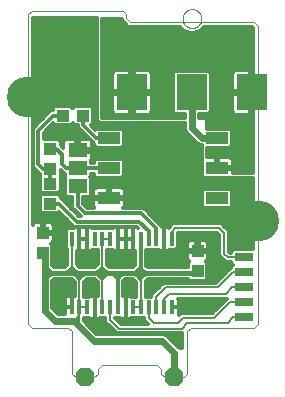
<source format=gtl>
G75*
%MOIN*%
%OFA0B0*%
%FSLAX25Y25*%
%IPPOS*%
%LPD*%
%AMOC8*
5,1,8,0,0,1.08239X$1,22.5*
%
%ADD10C,0.00000*%
%ADD11R,0.01575X0.04724*%
%ADD12R,0.03937X0.04331*%
%ADD13R,0.04331X0.03937*%
%ADD14R,0.06299X0.03150*%
%ADD15R,0.10000X0.12000*%
%ADD16R,0.07500X0.04000*%
%ADD17OC8,0.06300*%
%ADD18R,0.06300X0.04600*%
%ADD19C,0.01200*%
%ADD20C,0.13449*%
%ADD21C,0.02775*%
%ADD22C,0.02400*%
%ADD23C,0.01600*%
%ADD24C,0.00800*%
D10*
X0009487Y0021562D02*
X0021674Y0021562D01*
X0022924Y0020313D01*
X0022924Y0006250D01*
X0024174Y0005000D01*
X0030424Y0005000D01*
X0031674Y0006250D01*
X0031674Y0007812D01*
X0032924Y0009063D01*
X0051362Y0009063D01*
X0052612Y0007812D01*
X0052612Y0006250D01*
X0053862Y0005000D01*
X0060112Y0005000D01*
X0061362Y0006250D01*
X0061362Y0020313D01*
X0062612Y0021562D01*
X0083549Y0021562D01*
X0084799Y0022812D01*
X0084799Y0122187D01*
X0083549Y0123437D01*
X0042299Y0123437D01*
X0041049Y0124687D01*
X0041049Y0125937D01*
X0039799Y0127187D01*
X0009487Y0127187D01*
X0008237Y0125937D01*
X0008237Y0022812D01*
X0009487Y0021562D01*
X0059774Y0124560D02*
X0059776Y0124672D01*
X0059782Y0124783D01*
X0059792Y0124895D01*
X0059806Y0125006D01*
X0059823Y0125116D01*
X0059845Y0125226D01*
X0059871Y0125335D01*
X0059900Y0125443D01*
X0059933Y0125549D01*
X0059970Y0125655D01*
X0060011Y0125759D01*
X0060056Y0125862D01*
X0060104Y0125963D01*
X0060155Y0126062D01*
X0060210Y0126159D01*
X0060269Y0126254D01*
X0060330Y0126348D01*
X0060395Y0126439D01*
X0060464Y0126527D01*
X0060535Y0126613D01*
X0060609Y0126697D01*
X0060687Y0126777D01*
X0060767Y0126855D01*
X0060850Y0126931D01*
X0060935Y0127003D01*
X0061023Y0127072D01*
X0061113Y0127138D01*
X0061206Y0127200D01*
X0061301Y0127260D01*
X0061398Y0127316D01*
X0061496Y0127368D01*
X0061597Y0127417D01*
X0061699Y0127462D01*
X0061803Y0127504D01*
X0061908Y0127542D01*
X0062015Y0127576D01*
X0062122Y0127606D01*
X0062231Y0127633D01*
X0062340Y0127655D01*
X0062451Y0127674D01*
X0062561Y0127689D01*
X0062673Y0127700D01*
X0062784Y0127707D01*
X0062896Y0127710D01*
X0063008Y0127709D01*
X0063120Y0127704D01*
X0063231Y0127695D01*
X0063342Y0127682D01*
X0063453Y0127665D01*
X0063563Y0127645D01*
X0063672Y0127620D01*
X0063780Y0127592D01*
X0063887Y0127559D01*
X0063993Y0127523D01*
X0064097Y0127483D01*
X0064200Y0127440D01*
X0064302Y0127393D01*
X0064401Y0127342D01*
X0064499Y0127288D01*
X0064595Y0127230D01*
X0064689Y0127169D01*
X0064780Y0127105D01*
X0064869Y0127038D01*
X0064956Y0126967D01*
X0065040Y0126893D01*
X0065122Y0126817D01*
X0065200Y0126737D01*
X0065276Y0126655D01*
X0065349Y0126570D01*
X0065419Y0126483D01*
X0065485Y0126393D01*
X0065549Y0126301D01*
X0065609Y0126207D01*
X0065666Y0126111D01*
X0065719Y0126012D01*
X0065769Y0125912D01*
X0065815Y0125811D01*
X0065858Y0125707D01*
X0065897Y0125602D01*
X0065932Y0125496D01*
X0065963Y0125389D01*
X0065991Y0125280D01*
X0066014Y0125171D01*
X0066034Y0125061D01*
X0066050Y0124950D01*
X0066062Y0124839D01*
X0066070Y0124728D01*
X0066074Y0124616D01*
X0066074Y0124504D01*
X0066070Y0124392D01*
X0066062Y0124281D01*
X0066050Y0124170D01*
X0066034Y0124059D01*
X0066014Y0123949D01*
X0065991Y0123840D01*
X0065963Y0123731D01*
X0065932Y0123624D01*
X0065897Y0123518D01*
X0065858Y0123413D01*
X0065815Y0123309D01*
X0065769Y0123208D01*
X0065719Y0123108D01*
X0065666Y0123009D01*
X0065609Y0122913D01*
X0065549Y0122819D01*
X0065485Y0122727D01*
X0065419Y0122637D01*
X0065349Y0122550D01*
X0065276Y0122465D01*
X0065200Y0122383D01*
X0065122Y0122303D01*
X0065040Y0122227D01*
X0064956Y0122153D01*
X0064869Y0122082D01*
X0064780Y0122015D01*
X0064689Y0121951D01*
X0064595Y0121890D01*
X0064499Y0121832D01*
X0064401Y0121778D01*
X0064302Y0121727D01*
X0064200Y0121680D01*
X0064097Y0121637D01*
X0063993Y0121597D01*
X0063887Y0121561D01*
X0063780Y0121528D01*
X0063672Y0121500D01*
X0063563Y0121475D01*
X0063453Y0121455D01*
X0063342Y0121438D01*
X0063231Y0121425D01*
X0063120Y0121416D01*
X0063008Y0121411D01*
X0062896Y0121410D01*
X0062784Y0121413D01*
X0062673Y0121420D01*
X0062561Y0121431D01*
X0062451Y0121446D01*
X0062340Y0121465D01*
X0062231Y0121487D01*
X0062122Y0121514D01*
X0062015Y0121544D01*
X0061908Y0121578D01*
X0061803Y0121616D01*
X0061699Y0121658D01*
X0061597Y0121703D01*
X0061496Y0121752D01*
X0061398Y0121804D01*
X0061301Y0121860D01*
X0061206Y0121920D01*
X0061113Y0121982D01*
X0061023Y0122048D01*
X0060935Y0122117D01*
X0060850Y0122189D01*
X0060767Y0122265D01*
X0060687Y0122343D01*
X0060609Y0122423D01*
X0060535Y0122507D01*
X0060464Y0122593D01*
X0060395Y0122681D01*
X0060330Y0122772D01*
X0060269Y0122866D01*
X0060210Y0122961D01*
X0060155Y0123058D01*
X0060104Y0123157D01*
X0060056Y0123258D01*
X0060011Y0123361D01*
X0059970Y0123465D01*
X0059933Y0123571D01*
X0059900Y0123677D01*
X0059871Y0123785D01*
X0059845Y0123894D01*
X0059823Y0124004D01*
X0059806Y0124114D01*
X0059792Y0124225D01*
X0059782Y0124337D01*
X0059776Y0124448D01*
X0059774Y0124560D01*
D11*
X0056121Y0051105D03*
X0053562Y0051105D03*
X0051003Y0051105D03*
X0048444Y0051105D03*
X0045885Y0051105D03*
X0043325Y0051105D03*
X0040766Y0051105D03*
X0038207Y0051105D03*
X0035648Y0051105D03*
X0033089Y0051105D03*
X0030530Y0051105D03*
X0027971Y0051105D03*
X0025412Y0051105D03*
X0022853Y0051105D03*
X0022853Y0028270D03*
X0025412Y0028270D03*
X0027971Y0028270D03*
X0030530Y0028270D03*
X0033089Y0028270D03*
X0035648Y0028270D03*
X0038207Y0028270D03*
X0040766Y0028270D03*
X0043325Y0028270D03*
X0045885Y0028270D03*
X0048444Y0028270D03*
X0051003Y0028270D03*
X0053562Y0028270D03*
X0056121Y0028270D03*
D12*
X0064799Y0040404D03*
X0064799Y0047096D03*
X0013237Y0046341D03*
X0013237Y0053034D03*
D13*
X0015737Y0062904D03*
X0015737Y0069596D03*
X0015737Y0074466D03*
X0015737Y0081159D03*
X0019890Y0092187D03*
X0026583Y0092187D03*
D14*
X0080424Y0045000D03*
X0080424Y0040000D03*
X0080424Y0035000D03*
X0080424Y0030000D03*
X0080424Y0025000D03*
D15*
X0082924Y0099937D03*
X0062924Y0099937D03*
X0042924Y0099937D03*
D16*
X0035237Y0084688D03*
X0035237Y0074688D03*
X0035237Y0064687D03*
X0071237Y0064687D03*
X0071237Y0074688D03*
X0071237Y0084688D03*
D17*
X0056987Y0005000D03*
X0027299Y0005000D03*
D18*
X0024799Y0068688D03*
X0024799Y0074688D03*
X0024799Y0080688D03*
D19*
X0025349Y0080437D02*
X0066124Y0080437D01*
X0066124Y0081635D02*
X0039632Y0081635D01*
X0039484Y0081488D02*
X0040187Y0082190D01*
X0040187Y0087185D01*
X0039484Y0087887D01*
X0030990Y0087887D01*
X0030692Y0087590D01*
X0029255Y0089028D01*
X0029949Y0089722D01*
X0029949Y0094653D01*
X0029246Y0095356D01*
X0023921Y0095356D01*
X0023237Y0094672D01*
X0022553Y0095356D01*
X0017228Y0095356D01*
X0016525Y0094653D01*
X0016525Y0093987D01*
X0015929Y0093987D01*
X0010929Y0088987D01*
X0009874Y0087933D01*
X0009874Y0075192D01*
X0012372Y0072695D01*
X0012372Y0067131D01*
X0013074Y0066428D01*
X0018399Y0066428D01*
X0019102Y0067131D01*
X0019102Y0074089D01*
X0019249Y0073942D01*
X0020304Y0072888D01*
X0020449Y0072888D01*
X0020449Y0071890D01*
X0020652Y0071687D01*
X0020449Y0071485D01*
X0020449Y0065890D01*
X0021152Y0065187D01*
X0022999Y0065187D01*
X0022999Y0061442D01*
X0025499Y0058942D01*
X0025766Y0058675D01*
X0025232Y0058675D01*
X0019204Y0064704D01*
X0019102Y0064704D01*
X0019102Y0065369D01*
X0018399Y0066072D01*
X0013074Y0066072D01*
X0012372Y0065369D01*
X0012372Y0060438D01*
X0013074Y0059735D01*
X0018399Y0059735D01*
X0018740Y0060076D01*
X0023741Y0055075D01*
X0044679Y0055075D01*
X0044885Y0054869D01*
X0044730Y0054958D01*
X0044324Y0055067D01*
X0043326Y0055067D01*
X0043326Y0051105D01*
X0043325Y0051105D01*
X0043325Y0051105D01*
X0043154Y0051105D01*
X0040767Y0051105D01*
X0040767Y0051105D01*
X0043325Y0051105D01*
X0043325Y0055067D01*
X0042327Y0055067D01*
X0042046Y0054992D01*
X0041764Y0055067D01*
X0040766Y0055067D01*
X0039768Y0055067D01*
X0039487Y0054992D01*
X0039205Y0055067D01*
X0038207Y0055067D01*
X0037209Y0055067D01*
X0036802Y0054958D01*
X0036438Y0054747D01*
X0036357Y0054667D01*
X0029821Y0054667D01*
X0029741Y0054747D01*
X0029376Y0054958D01*
X0028969Y0055067D01*
X0027971Y0055067D01*
X0026973Y0055067D01*
X0026692Y0054992D01*
X0026410Y0055067D01*
X0025412Y0055067D01*
X0024414Y0055067D01*
X0024007Y0054958D01*
X0023642Y0054747D01*
X0023562Y0054667D01*
X0021569Y0054667D01*
X0020866Y0053964D01*
X0020866Y0048246D01*
X0021253Y0047858D01*
X0021253Y0042466D01*
X0020474Y0041687D01*
X0016937Y0041687D01*
X0016262Y0042363D01*
X0016262Y0043535D01*
X0016405Y0043679D01*
X0016405Y0049003D01*
X0015955Y0049454D01*
X0016188Y0049588D01*
X0016486Y0049886D01*
X0016696Y0050251D01*
X0016805Y0050658D01*
X0016805Y0052650D01*
X0013621Y0052650D01*
X0013621Y0053418D01*
X0016805Y0053418D01*
X0016805Y0055410D01*
X0016696Y0055817D01*
X0016486Y0056182D01*
X0016188Y0056480D01*
X0015823Y0056690D01*
X0015416Y0056799D01*
X0013621Y0056799D01*
X0013621Y0053418D01*
X0012853Y0053418D01*
X0012853Y0056799D01*
X0011058Y0056799D01*
X0010651Y0056690D01*
X0010286Y0056480D01*
X0009988Y0056182D01*
X0009837Y0055920D01*
X0009837Y0124687D01*
X0031123Y0124687D01*
X0031124Y0124370D01*
X0031124Y0090817D01*
X0032179Y0089762D01*
X0060524Y0089762D01*
X0060524Y0087648D01*
X0060890Y0086766D01*
X0064327Y0083328D01*
X0065002Y0082653D01*
X0065885Y0082288D01*
X0066124Y0082288D01*
X0066124Y0072379D01*
X0066287Y0072217D01*
X0066287Y0072190D01*
X0066990Y0071488D01*
X0067016Y0071488D01*
X0067179Y0071325D01*
X0083199Y0071325D01*
X0083199Y0047775D01*
X0076778Y0047775D01*
X0076075Y0047072D01*
X0076075Y0046600D01*
X0075462Y0046600D01*
X0075149Y0046913D01*
X0075149Y0053788D01*
X0074212Y0054725D01*
X0072650Y0056287D01*
X0056637Y0056287D01*
X0055699Y0055350D01*
X0055183Y0054833D01*
X0054967Y0054958D01*
X0054560Y0055067D01*
X0053562Y0055067D01*
X0053562Y0051105D01*
X0053562Y0051105D01*
X0053562Y0055067D01*
X0052803Y0055067D01*
X0052803Y0055480D01*
X0051748Y0056534D01*
X0047849Y0060433D01*
X0046795Y0061487D01*
X0040050Y0061487D01*
X0040267Y0061705D01*
X0040478Y0062070D01*
X0040587Y0062477D01*
X0040587Y0064287D01*
X0035637Y0064287D01*
X0035637Y0065087D01*
X0040587Y0065087D01*
X0040587Y0066898D01*
X0040478Y0067305D01*
X0040267Y0067670D01*
X0039969Y0067968D01*
X0039604Y0068178D01*
X0039198Y0068287D01*
X0035637Y0068287D01*
X0035637Y0065088D01*
X0034837Y0065088D01*
X0034837Y0068287D01*
X0031276Y0068287D01*
X0030869Y0068178D01*
X0030504Y0067968D01*
X0030207Y0067670D01*
X0029996Y0067305D01*
X0029887Y0066898D01*
X0029887Y0065087D01*
X0034837Y0065087D01*
X0034837Y0064287D01*
X0029887Y0064287D01*
X0029887Y0062477D01*
X0029996Y0062070D01*
X0030207Y0061705D01*
X0030424Y0061487D01*
X0028045Y0061487D01*
X0026599Y0062933D01*
X0026599Y0065187D01*
X0028446Y0065187D01*
X0029149Y0065890D01*
X0029149Y0071485D01*
X0028946Y0071687D01*
X0029149Y0071890D01*
X0029149Y0072888D01*
X0030287Y0072888D01*
X0030287Y0072190D01*
X0030990Y0071488D01*
X0039484Y0071488D01*
X0040187Y0072190D01*
X0040187Y0077185D01*
X0039484Y0077887D01*
X0030990Y0077887D01*
X0030287Y0077185D01*
X0030287Y0076487D01*
X0029149Y0076487D01*
X0029149Y0077325D01*
X0029230Y0077405D01*
X0029440Y0077770D01*
X0029549Y0078177D01*
X0029549Y0080137D01*
X0025349Y0080137D01*
X0025349Y0081238D01*
X0024249Y0081238D01*
X0024249Y0084587D01*
X0021439Y0084587D01*
X0021032Y0084478D01*
X0020667Y0084268D01*
X0020369Y0083970D01*
X0020158Y0083605D01*
X0020049Y0083198D01*
X0020049Y0081358D01*
X0019102Y0082305D01*
X0019102Y0083625D01*
X0018399Y0084327D01*
X0013474Y0084327D01*
X0013474Y0086442D01*
X0016640Y0089607D01*
X0017228Y0089019D01*
X0022553Y0089019D01*
X0023237Y0089703D01*
X0023921Y0089019D01*
X0024783Y0089019D01*
X0024783Y0088408D01*
X0028912Y0084279D01*
X0028567Y0084478D01*
X0028160Y0084587D01*
X0025349Y0084587D01*
X0025349Y0081238D01*
X0029549Y0081238D01*
X0029549Y0083198D01*
X0029440Y0083605D01*
X0029241Y0083950D01*
X0029249Y0083942D01*
X0030287Y0082904D01*
X0030287Y0082190D01*
X0030990Y0081488D01*
X0039484Y0081488D01*
X0040187Y0082834D02*
X0064821Y0082834D01*
X0063623Y0084032D02*
X0040187Y0084032D01*
X0040187Y0085231D02*
X0062424Y0085231D01*
X0061226Y0086429D02*
X0040187Y0086429D01*
X0039743Y0087628D02*
X0060533Y0087628D01*
X0060524Y0088826D02*
X0029456Y0088826D01*
X0029949Y0090025D02*
X0031916Y0090025D01*
X0031124Y0091223D02*
X0029949Y0091223D01*
X0029949Y0092422D02*
X0031124Y0092422D01*
X0031124Y0093621D02*
X0029949Y0093621D01*
X0029783Y0094819D02*
X0031124Y0094819D01*
X0031124Y0096018D02*
X0009837Y0096018D01*
X0009837Y0097216D02*
X0031124Y0097216D01*
X0031124Y0098415D02*
X0009837Y0098415D01*
X0009837Y0099613D02*
X0031124Y0099613D01*
X0031124Y0100812D02*
X0009837Y0100812D01*
X0009837Y0102010D02*
X0031124Y0102010D01*
X0031124Y0103209D02*
X0009837Y0103209D01*
X0009837Y0104407D02*
X0031124Y0104407D01*
X0031124Y0105606D02*
X0009837Y0105606D01*
X0009837Y0106804D02*
X0031124Y0106804D01*
X0031124Y0108003D02*
X0009837Y0108003D01*
X0009837Y0109201D02*
X0031124Y0109201D01*
X0031124Y0110400D02*
X0009837Y0110400D01*
X0009837Y0111598D02*
X0031124Y0111598D01*
X0031124Y0112797D02*
X0009837Y0112797D01*
X0009837Y0113995D02*
X0031124Y0113995D01*
X0031124Y0115194D02*
X0009837Y0115194D01*
X0009837Y0116392D02*
X0031124Y0116392D01*
X0031124Y0117591D02*
X0009837Y0117591D01*
X0009837Y0118789D02*
X0031124Y0118789D01*
X0031124Y0119988D02*
X0009837Y0119988D01*
X0009837Y0121186D02*
X0031124Y0121186D01*
X0031124Y0122385D02*
X0009837Y0122385D01*
X0009837Y0123583D02*
X0031124Y0123583D01*
X0032924Y0123583D02*
X0039891Y0123583D01*
X0039449Y0124025D02*
X0041637Y0121837D01*
X0058929Y0121837D01*
X0060234Y0120533D01*
X0061980Y0119810D01*
X0063869Y0119810D01*
X0065615Y0120533D01*
X0066919Y0121837D01*
X0082887Y0121837D01*
X0083199Y0121525D01*
X0083199Y0100538D01*
X0082324Y0100538D01*
X0082324Y0107537D01*
X0077714Y0107537D01*
X0077307Y0107428D01*
X0076942Y0107218D01*
X0076644Y0106920D01*
X0076433Y0106555D01*
X0076324Y0106148D01*
X0076324Y0100537D01*
X0082324Y0100537D01*
X0082324Y0099338D01*
X0076324Y0099338D01*
X0076324Y0093727D01*
X0076433Y0093320D01*
X0076644Y0092955D01*
X0076942Y0092657D01*
X0077307Y0092447D01*
X0077714Y0092337D01*
X0082324Y0092337D01*
X0082324Y0099337D01*
X0083199Y0099337D01*
X0083199Y0073125D01*
X0076587Y0073125D01*
X0076587Y0074287D01*
X0071637Y0074287D01*
X0071637Y0075088D01*
X0070837Y0075088D01*
X0070837Y0078287D01*
X0067924Y0078287D01*
X0067924Y0081488D01*
X0075484Y0081488D01*
X0076187Y0082190D01*
X0076187Y0087185D01*
X0075484Y0087887D01*
X0067924Y0087887D01*
X0067924Y0091562D01*
X0065324Y0091562D01*
X0065324Y0092737D01*
X0068421Y0092737D01*
X0069124Y0093440D01*
X0069124Y0106435D01*
X0068421Y0107137D01*
X0057427Y0107137D01*
X0056724Y0106435D01*
X0056724Y0093440D01*
X0057427Y0092737D01*
X0060524Y0092737D01*
X0060524Y0091562D01*
X0032924Y0091562D01*
X0032924Y0124375D01*
X0039449Y0124414D01*
X0039449Y0124025D01*
X0041089Y0122385D02*
X0032924Y0122385D01*
X0032924Y0121186D02*
X0059581Y0121186D01*
X0061550Y0119988D02*
X0032924Y0119988D01*
X0032924Y0118789D02*
X0083199Y0118789D01*
X0083199Y0117591D02*
X0032924Y0117591D01*
X0032924Y0116392D02*
X0083199Y0116392D01*
X0083199Y0115194D02*
X0032924Y0115194D01*
X0032924Y0113995D02*
X0083199Y0113995D01*
X0083199Y0112797D02*
X0032924Y0112797D01*
X0032924Y0111598D02*
X0083199Y0111598D01*
X0083199Y0110400D02*
X0032924Y0110400D01*
X0032924Y0109201D02*
X0083199Y0109201D01*
X0083199Y0108003D02*
X0032924Y0108003D01*
X0032924Y0106804D02*
X0036577Y0106804D01*
X0036644Y0106920D02*
X0036433Y0106555D01*
X0036324Y0106148D01*
X0036324Y0100537D01*
X0042324Y0100537D01*
X0042324Y0099338D01*
X0036324Y0099338D01*
X0036324Y0093727D01*
X0036433Y0093320D01*
X0036644Y0092955D01*
X0036942Y0092657D01*
X0037307Y0092447D01*
X0037714Y0092337D01*
X0042324Y0092337D01*
X0042324Y0099337D01*
X0043524Y0099337D01*
X0043524Y0092337D01*
X0048135Y0092337D01*
X0048542Y0092447D01*
X0048907Y0092657D01*
X0049205Y0092955D01*
X0049415Y0093320D01*
X0049524Y0093727D01*
X0049524Y0099338D01*
X0043524Y0099338D01*
X0043524Y0100537D01*
X0049524Y0100537D01*
X0049524Y0106148D01*
X0049415Y0106555D01*
X0049205Y0106920D01*
X0048907Y0107218D01*
X0048542Y0107428D01*
X0048135Y0107537D01*
X0043524Y0107537D01*
X0043524Y0100538D01*
X0042324Y0100538D01*
X0042324Y0107537D01*
X0037714Y0107537D01*
X0037307Y0107428D01*
X0036942Y0107218D01*
X0036644Y0106920D01*
X0036324Y0105606D02*
X0032924Y0105606D01*
X0032924Y0104407D02*
X0036324Y0104407D01*
X0036324Y0103209D02*
X0032924Y0103209D01*
X0032924Y0102010D02*
X0036324Y0102010D01*
X0036324Y0100812D02*
X0032924Y0100812D01*
X0032924Y0099613D02*
X0042324Y0099613D01*
X0042324Y0098415D02*
X0043524Y0098415D01*
X0043524Y0099613D02*
X0056724Y0099613D01*
X0056724Y0098415D02*
X0049524Y0098415D01*
X0049524Y0097216D02*
X0056724Y0097216D01*
X0056724Y0096018D02*
X0049524Y0096018D01*
X0049524Y0094819D02*
X0056724Y0094819D01*
X0056724Y0093621D02*
X0049496Y0093621D01*
X0048450Y0092422D02*
X0060524Y0092422D01*
X0065324Y0092422D02*
X0077398Y0092422D01*
X0076353Y0093621D02*
X0069124Y0093621D01*
X0069124Y0094819D02*
X0076324Y0094819D01*
X0076324Y0096018D02*
X0069124Y0096018D01*
X0069124Y0097216D02*
X0076324Y0097216D01*
X0076324Y0098415D02*
X0069124Y0098415D01*
X0069124Y0099613D02*
X0082324Y0099613D01*
X0082324Y0098415D02*
X0083199Y0098415D01*
X0083199Y0097216D02*
X0082324Y0097216D01*
X0082324Y0096018D02*
X0083199Y0096018D01*
X0083199Y0094819D02*
X0082324Y0094819D01*
X0082324Y0093621D02*
X0083199Y0093621D01*
X0083199Y0092422D02*
X0082324Y0092422D01*
X0083199Y0091223D02*
X0067924Y0091223D01*
X0067924Y0090025D02*
X0083199Y0090025D01*
X0083199Y0088826D02*
X0067924Y0088826D01*
X0067924Y0080437D02*
X0083199Y0080437D01*
X0083199Y0081635D02*
X0075632Y0081635D01*
X0076187Y0082834D02*
X0083199Y0082834D01*
X0083199Y0084032D02*
X0076187Y0084032D01*
X0076187Y0085231D02*
X0083199Y0085231D01*
X0083199Y0086429D02*
X0076187Y0086429D01*
X0075743Y0087628D02*
X0083199Y0087628D01*
X0083199Y0079238D02*
X0067924Y0079238D01*
X0066124Y0079238D02*
X0029549Y0079238D01*
X0029513Y0078040D02*
X0066124Y0078040D01*
X0066124Y0076841D02*
X0040187Y0076841D01*
X0040187Y0075643D02*
X0066124Y0075643D01*
X0066124Y0074444D02*
X0040187Y0074444D01*
X0040187Y0073246D02*
X0066124Y0073246D01*
X0066430Y0072047D02*
X0040044Y0072047D01*
X0040492Y0067253D02*
X0066356Y0067253D01*
X0066287Y0067185D02*
X0066287Y0062190D01*
X0066990Y0061487D01*
X0075484Y0061487D01*
X0076187Y0062190D01*
X0076187Y0067185D01*
X0075484Y0067887D01*
X0066990Y0067887D01*
X0066287Y0067185D01*
X0066287Y0066055D02*
X0040587Y0066055D01*
X0040587Y0063658D02*
X0066287Y0063658D01*
X0066287Y0064856D02*
X0035637Y0064856D01*
X0034837Y0064856D02*
X0026599Y0064856D01*
X0026599Y0063658D02*
X0029887Y0063658D01*
X0029892Y0062459D02*
X0027073Y0062459D01*
X0024799Y0062187D02*
X0027299Y0059687D01*
X0046049Y0059687D01*
X0051003Y0054734D01*
X0051003Y0051105D01*
X0048444Y0051105D02*
X0048444Y0053856D01*
X0045424Y0056875D01*
X0024487Y0056875D01*
X0018458Y0062904D01*
X0015737Y0062904D01*
X0012372Y0062459D02*
X0009837Y0062459D01*
X0009837Y0061261D02*
X0012372Y0061261D01*
X0012747Y0060062D02*
X0009837Y0060062D01*
X0009837Y0058864D02*
X0019953Y0058864D01*
X0021151Y0057665D02*
X0009837Y0057665D01*
X0009837Y0056467D02*
X0010273Y0056467D01*
X0012853Y0056467D02*
X0013621Y0056467D01*
X0013621Y0055268D02*
X0012853Y0055268D01*
X0012853Y0054070D02*
X0013621Y0054070D01*
X0013621Y0052871D02*
X0020866Y0052871D01*
X0020866Y0051673D02*
X0016805Y0051673D01*
X0016756Y0050474D02*
X0020866Y0050474D01*
X0020866Y0049276D02*
X0016133Y0049276D01*
X0016405Y0048077D02*
X0021034Y0048077D01*
X0021253Y0046879D02*
X0016405Y0046879D01*
X0016405Y0045680D02*
X0021253Y0045680D01*
X0021253Y0044482D02*
X0016405Y0044482D01*
X0016262Y0043283D02*
X0021253Y0043283D01*
X0020871Y0042085D02*
X0016540Y0042085D01*
X0016937Y0037688D02*
X0016262Y0037012D01*
X0016262Y0028194D01*
X0018294Y0026162D01*
X0020466Y0026162D01*
X0020466Y0028270D01*
X0022853Y0028270D01*
X0022853Y0028270D01*
X0020466Y0028270D01*
X0020466Y0030843D01*
X0020575Y0031250D01*
X0020785Y0031615D01*
X0021083Y0031913D01*
X0021448Y0032123D01*
X0021855Y0032232D01*
X0022853Y0032232D01*
X0022853Y0028270D01*
X0022853Y0028270D01*
X0022853Y0032232D01*
X0023812Y0032232D01*
X0023812Y0036850D01*
X0022974Y0037688D01*
X0016937Y0037688D01*
X0016540Y0037290D02*
X0023371Y0037290D01*
X0023812Y0036092D02*
X0016262Y0036092D01*
X0016262Y0034893D02*
X0023812Y0034893D01*
X0023812Y0033695D02*
X0016262Y0033695D01*
X0016262Y0032496D02*
X0023812Y0032496D01*
X0022853Y0031298D02*
X0022853Y0031298D01*
X0022853Y0030099D02*
X0022853Y0030099D01*
X0022853Y0028901D02*
X0022853Y0028901D01*
X0020602Y0031298D02*
X0016262Y0031298D01*
X0016262Y0030099D02*
X0020466Y0030099D01*
X0020466Y0028901D02*
X0016262Y0028901D01*
X0016754Y0027702D02*
X0020466Y0027702D01*
X0020466Y0026504D02*
X0017952Y0026504D01*
X0027012Y0024708D02*
X0027012Y0023668D01*
X0031092Y0019587D01*
X0053402Y0019587D01*
X0054284Y0019222D01*
X0054959Y0018547D01*
X0058346Y0015160D01*
X0058819Y0014687D01*
X0059762Y0014687D01*
X0059762Y0019650D01*
X0039212Y0019650D01*
X0037887Y0019650D01*
X0034048Y0023488D01*
X0034048Y0024708D01*
X0032380Y0024708D01*
X0032300Y0024628D01*
X0031935Y0024417D01*
X0031528Y0024308D01*
X0030530Y0024308D01*
X0030530Y0028270D01*
X0030530Y0028270D01*
X0030530Y0024308D01*
X0029532Y0024308D01*
X0029125Y0024417D01*
X0028760Y0024628D01*
X0028680Y0024708D01*
X0027012Y0024708D01*
X0027012Y0024107D02*
X0034048Y0024107D01*
X0034628Y0022908D02*
X0027771Y0022908D01*
X0028970Y0021710D02*
X0035827Y0021710D01*
X0037025Y0020511D02*
X0030168Y0020511D01*
X0030530Y0025305D02*
X0030530Y0025305D01*
X0030530Y0026504D02*
X0030530Y0026504D01*
X0030530Y0027702D02*
X0030530Y0027702D01*
X0030530Y0028270D02*
X0030530Y0032232D01*
X0029532Y0032232D01*
X0029125Y0032123D01*
X0028760Y0031913D01*
X0028680Y0031832D01*
X0027012Y0031832D01*
X0027012Y0036825D01*
X0027024Y0036837D01*
X0027875Y0037688D01*
X0030474Y0037688D01*
X0031489Y0036672D01*
X0031489Y0032232D01*
X0030530Y0032232D01*
X0030530Y0028270D01*
X0030530Y0028270D01*
X0030530Y0028901D02*
X0030530Y0028901D01*
X0030530Y0030099D02*
X0030530Y0030099D01*
X0030530Y0031298D02*
X0030530Y0031298D01*
X0031489Y0032496D02*
X0027012Y0032496D01*
X0027012Y0033695D02*
X0031489Y0033695D01*
X0031489Y0034893D02*
X0027012Y0034893D01*
X0027012Y0036092D02*
X0031489Y0036092D01*
X0030871Y0037290D02*
X0027478Y0037290D01*
X0025375Y0041687D02*
X0024453Y0042609D01*
X0024453Y0047143D01*
X0025412Y0047143D01*
X0025412Y0051105D01*
X0025412Y0055067D01*
X0025412Y0051105D01*
X0025412Y0051105D01*
X0027799Y0051105D01*
X0027971Y0051105D01*
X0027971Y0055067D01*
X0027971Y0051105D01*
X0027971Y0051105D01*
X0027971Y0051105D01*
X0025412Y0051105D01*
X0025412Y0051105D01*
X0025412Y0051105D01*
X0025412Y0047143D01*
X0026410Y0047143D01*
X0026692Y0047218D01*
X0026973Y0047143D01*
X0027971Y0047143D01*
X0027971Y0051105D01*
X0027971Y0051105D01*
X0027971Y0047143D01*
X0028969Y0047143D01*
X0029376Y0047252D01*
X0029741Y0047462D01*
X0029821Y0047543D01*
X0031489Y0047543D01*
X0031489Y0042703D01*
X0031324Y0042538D01*
X0030474Y0041687D01*
X0025375Y0041687D01*
X0024978Y0042085D02*
X0030871Y0042085D01*
X0031489Y0043283D02*
X0024453Y0043283D01*
X0024453Y0044482D02*
X0031489Y0044482D01*
X0031489Y0045680D02*
X0024453Y0045680D01*
X0024453Y0046879D02*
X0031489Y0046879D01*
X0027971Y0048077D02*
X0027971Y0048077D01*
X0027971Y0049276D02*
X0027971Y0049276D01*
X0027971Y0050474D02*
X0027971Y0050474D01*
X0027971Y0051673D02*
X0027971Y0051673D01*
X0027971Y0052871D02*
X0027971Y0052871D01*
X0027971Y0054070D02*
X0027971Y0054070D01*
X0025412Y0054070D02*
X0025412Y0054070D01*
X0025412Y0052871D02*
X0025412Y0052871D01*
X0025412Y0051673D02*
X0025412Y0051673D01*
X0025412Y0050474D02*
X0025412Y0050474D01*
X0025412Y0049276D02*
X0025412Y0049276D01*
X0025412Y0048077D02*
X0025412Y0048077D01*
X0023548Y0055268D02*
X0016805Y0055268D01*
X0016805Y0054070D02*
X0020971Y0054070D01*
X0022350Y0056467D02*
X0016201Y0056467D01*
X0018726Y0060062D02*
X0018754Y0060062D01*
X0021448Y0062459D02*
X0022999Y0062459D01*
X0022999Y0063658D02*
X0020250Y0063658D01*
X0019102Y0064856D02*
X0022999Y0064856D01*
X0024799Y0062187D02*
X0024799Y0068688D01*
X0024799Y0074688D02*
X0021049Y0074688D01*
X0019487Y0076250D01*
X0019487Y0079375D01*
X0017703Y0081159D01*
X0015737Y0081159D01*
X0013474Y0085231D02*
X0027960Y0085231D01*
X0026762Y0086429D02*
X0013474Y0086429D01*
X0014660Y0087628D02*
X0025563Y0087628D01*
X0024783Y0088826D02*
X0015859Y0088826D01*
X0016674Y0092187D02*
X0011674Y0087187D01*
X0011674Y0075938D01*
X0013146Y0074466D01*
X0015737Y0074466D01*
X0015737Y0069596D01*
X0013057Y0066055D02*
X0009837Y0066055D01*
X0009837Y0067253D02*
X0012372Y0067253D01*
X0012372Y0068452D02*
X0009837Y0068452D01*
X0009837Y0069650D02*
X0012372Y0069650D01*
X0012372Y0070849D02*
X0009837Y0070849D01*
X0009837Y0072047D02*
X0012372Y0072047D01*
X0011820Y0073246D02*
X0009837Y0073246D01*
X0009837Y0074444D02*
X0010622Y0074444D01*
X0009874Y0075643D02*
X0009837Y0075643D01*
X0009837Y0076841D02*
X0009874Y0076841D01*
X0009837Y0078040D02*
X0009874Y0078040D01*
X0009837Y0079238D02*
X0009874Y0079238D01*
X0009837Y0080437D02*
X0009874Y0080437D01*
X0009837Y0081635D02*
X0009874Y0081635D01*
X0009837Y0082834D02*
X0009874Y0082834D01*
X0009837Y0084032D02*
X0009874Y0084032D01*
X0009837Y0085231D02*
X0009874Y0085231D01*
X0009837Y0086429D02*
X0009874Y0086429D01*
X0009837Y0087628D02*
X0009874Y0087628D01*
X0009837Y0088826D02*
X0010768Y0088826D01*
X0009837Y0090025D02*
X0011966Y0090025D01*
X0013165Y0091223D02*
X0009837Y0091223D01*
X0009837Y0092422D02*
X0014363Y0092422D01*
X0015562Y0093621D02*
X0009837Y0093621D01*
X0009837Y0094819D02*
X0016691Y0094819D01*
X0016674Y0092187D02*
X0019890Y0092187D01*
X0023090Y0094819D02*
X0023384Y0094819D01*
X0026583Y0092187D02*
X0026583Y0089154D01*
X0031049Y0084688D01*
X0035237Y0084688D01*
X0030842Y0081635D02*
X0029549Y0081635D01*
X0029549Y0082834D02*
X0030287Y0082834D01*
X0030655Y0087628D02*
X0030730Y0087628D01*
X0032924Y0092422D02*
X0037398Y0092422D01*
X0036353Y0093621D02*
X0032924Y0093621D01*
X0032924Y0094819D02*
X0036324Y0094819D01*
X0036324Y0096018D02*
X0032924Y0096018D01*
X0032924Y0097216D02*
X0036324Y0097216D01*
X0036324Y0098415D02*
X0032924Y0098415D01*
X0042324Y0097216D02*
X0043524Y0097216D01*
X0043524Y0096018D02*
X0042324Y0096018D01*
X0042324Y0094819D02*
X0043524Y0094819D01*
X0043524Y0093621D02*
X0042324Y0093621D01*
X0042324Y0092422D02*
X0043524Y0092422D01*
X0043524Y0100812D02*
X0042324Y0100812D01*
X0042324Y0102010D02*
X0043524Y0102010D01*
X0043524Y0103209D02*
X0042324Y0103209D01*
X0042324Y0104407D02*
X0043524Y0104407D01*
X0043524Y0105606D02*
X0042324Y0105606D01*
X0042324Y0106804D02*
X0043524Y0106804D01*
X0049272Y0106804D02*
X0057094Y0106804D01*
X0056724Y0105606D02*
X0049524Y0105606D01*
X0049524Y0104407D02*
X0056724Y0104407D01*
X0056724Y0103209D02*
X0049524Y0103209D01*
X0049524Y0102010D02*
X0056724Y0102010D01*
X0056724Y0100812D02*
X0049524Y0100812D01*
X0064298Y0119988D02*
X0083199Y0119988D01*
X0083199Y0121186D02*
X0066268Y0121186D01*
X0068755Y0106804D02*
X0076577Y0106804D01*
X0076324Y0105606D02*
X0069124Y0105606D01*
X0069124Y0104407D02*
X0076324Y0104407D01*
X0076324Y0103209D02*
X0069124Y0103209D01*
X0069124Y0102010D02*
X0076324Y0102010D01*
X0076324Y0100812D02*
X0069124Y0100812D01*
X0082324Y0100812D02*
X0083199Y0100812D01*
X0083199Y0102010D02*
X0082324Y0102010D01*
X0082324Y0103209D02*
X0083199Y0103209D01*
X0083199Y0104407D02*
X0082324Y0104407D01*
X0082324Y0105606D02*
X0083199Y0105606D01*
X0083199Y0106804D02*
X0082324Y0106804D01*
X0075198Y0078287D02*
X0071637Y0078287D01*
X0071637Y0075088D01*
X0076587Y0075088D01*
X0076587Y0076898D01*
X0076478Y0077305D01*
X0076267Y0077670D01*
X0075969Y0077968D01*
X0075604Y0078178D01*
X0075198Y0078287D01*
X0075845Y0078040D02*
X0083199Y0078040D01*
X0083199Y0076841D02*
X0076587Y0076841D01*
X0076587Y0075643D02*
X0083199Y0075643D01*
X0083199Y0074444D02*
X0071637Y0074444D01*
X0071637Y0075643D02*
X0070837Y0075643D01*
X0070837Y0076841D02*
X0071637Y0076841D01*
X0071637Y0078040D02*
X0070837Y0078040D01*
X0076587Y0073246D02*
X0083199Y0073246D01*
X0083199Y0070849D02*
X0029149Y0070849D01*
X0029149Y0072047D02*
X0030430Y0072047D01*
X0029149Y0069650D02*
X0083199Y0069650D01*
X0083199Y0068452D02*
X0029149Y0068452D01*
X0029149Y0067253D02*
X0029982Y0067253D01*
X0029887Y0066055D02*
X0029149Y0066055D01*
X0024379Y0060062D02*
X0023845Y0060062D01*
X0023181Y0061261D02*
X0022647Y0061261D01*
X0025044Y0058864D02*
X0025578Y0058864D01*
X0020449Y0066055D02*
X0018417Y0066055D01*
X0019102Y0067253D02*
X0020449Y0067253D01*
X0020449Y0068452D02*
X0019102Y0068452D01*
X0019102Y0069650D02*
X0020449Y0069650D01*
X0020449Y0070849D02*
X0019102Y0070849D01*
X0019102Y0072047D02*
X0020449Y0072047D01*
X0019945Y0073246D02*
X0019102Y0073246D01*
X0024799Y0074688D02*
X0035237Y0074688D01*
X0030287Y0076841D02*
X0029149Y0076841D01*
X0025349Y0081635D02*
X0024249Y0081635D01*
X0024249Y0082834D02*
X0025349Y0082834D01*
X0025349Y0084032D02*
X0024249Y0084032D01*
X0020432Y0084032D02*
X0018694Y0084032D01*
X0019102Y0082834D02*
X0020049Y0082834D01*
X0020049Y0081635D02*
X0019772Y0081635D01*
X0012372Y0064856D02*
X0009837Y0064856D01*
X0009837Y0063658D02*
X0012372Y0063658D01*
X0034837Y0066055D02*
X0035637Y0066055D01*
X0035637Y0067253D02*
X0034837Y0067253D01*
X0040582Y0062459D02*
X0066287Y0062459D01*
X0071324Y0053087D02*
X0071949Y0052462D01*
X0071949Y0045587D01*
X0073199Y0044337D01*
X0074137Y0043400D01*
X0076075Y0043400D01*
X0076075Y0042928D01*
X0076503Y0042500D01*
X0076075Y0042072D01*
X0076075Y0041600D01*
X0076012Y0041600D01*
X0075074Y0040663D01*
X0071012Y0036600D01*
X0053512Y0036600D01*
X0052574Y0035663D01*
X0049403Y0032491D01*
X0049403Y0031832D01*
X0047485Y0031832D01*
X0047485Y0036985D01*
X0048187Y0037688D01*
X0061685Y0037688D01*
X0062334Y0037038D01*
X0067265Y0037038D01*
X0067968Y0037741D01*
X0067968Y0043066D01*
X0067517Y0043516D01*
X0067750Y0043651D01*
X0068048Y0043949D01*
X0068259Y0044314D01*
X0068368Y0044720D01*
X0068368Y0046712D01*
X0065184Y0046712D01*
X0065184Y0047481D01*
X0068368Y0047481D01*
X0068368Y0049472D01*
X0068259Y0049879D01*
X0068048Y0050244D01*
X0067750Y0050542D01*
X0067385Y0050753D01*
X0066979Y0050862D01*
X0065184Y0050862D01*
X0065184Y0047481D01*
X0064415Y0047481D01*
X0064415Y0050862D01*
X0062620Y0050862D01*
X0062213Y0050753D01*
X0061848Y0050542D01*
X0061551Y0050244D01*
X0061340Y0049879D01*
X0061231Y0049472D01*
X0061231Y0047481D01*
X0064415Y0047481D01*
X0064415Y0046712D01*
X0061231Y0046712D01*
X0061231Y0044720D01*
X0061340Y0044314D01*
X0061551Y0043949D01*
X0061848Y0043651D01*
X0062081Y0043516D01*
X0061631Y0043066D01*
X0061631Y0041687D01*
X0048187Y0041687D01*
X0047685Y0042190D01*
X0047685Y0047543D01*
X0051712Y0047543D01*
X0051792Y0047462D01*
X0052157Y0047252D01*
X0052564Y0047143D01*
X0053562Y0047143D01*
X0054560Y0047143D01*
X0054967Y0047252D01*
X0055332Y0047462D01*
X0055412Y0047543D01*
X0057405Y0047543D01*
X0058108Y0048246D01*
X0058108Y0053087D01*
X0071324Y0053087D01*
X0071541Y0052871D02*
X0058108Y0052871D01*
X0058108Y0051673D02*
X0071949Y0051673D01*
X0071949Y0050474D02*
X0067818Y0050474D01*
X0068368Y0049276D02*
X0071949Y0049276D01*
X0071949Y0048077D02*
X0068368Y0048077D01*
X0068368Y0045680D02*
X0071949Y0045680D01*
X0071949Y0046879D02*
X0065184Y0046879D01*
X0064415Y0046879D02*
X0047685Y0046879D01*
X0047685Y0045680D02*
X0061231Y0045680D01*
X0061295Y0044482D02*
X0047685Y0044482D01*
X0047685Y0043283D02*
X0061848Y0043283D01*
X0061631Y0042085D02*
X0047790Y0042085D01*
X0045885Y0039835D02*
X0045737Y0039688D01*
X0045885Y0039835D02*
X0045885Y0051105D01*
X0043326Y0051105D02*
X0043326Y0047143D01*
X0044085Y0047143D01*
X0044085Y0042485D01*
X0043287Y0041687D01*
X0035375Y0041687D01*
X0034689Y0042373D01*
X0034689Y0047543D01*
X0036357Y0047543D01*
X0036438Y0047462D01*
X0036802Y0047252D01*
X0037209Y0047143D01*
X0038207Y0047143D01*
X0038207Y0051105D01*
X0038207Y0055067D01*
X0038207Y0051105D01*
X0038207Y0051105D01*
X0038207Y0051105D01*
X0038208Y0051105D02*
X0040595Y0051105D01*
X0040766Y0051105D01*
X0040766Y0051105D01*
X0040766Y0055067D01*
X0040766Y0051105D01*
X0040766Y0051105D01*
X0038208Y0051105D01*
X0038208Y0051105D01*
X0038207Y0051105D02*
X0038207Y0047143D01*
X0039205Y0047143D01*
X0039487Y0047218D01*
X0039768Y0047143D01*
X0040766Y0047143D01*
X0040766Y0051105D01*
X0040766Y0051105D01*
X0040766Y0047143D01*
X0041764Y0047143D01*
X0042046Y0047218D01*
X0042327Y0047143D01*
X0043325Y0047143D01*
X0043325Y0051105D01*
X0043326Y0051105D01*
X0043325Y0051673D02*
X0043326Y0051673D01*
X0043325Y0052871D02*
X0043326Y0052871D01*
X0043325Y0054070D02*
X0043326Y0054070D01*
X0040766Y0054070D02*
X0040766Y0054070D01*
X0040766Y0052871D02*
X0040766Y0052871D01*
X0040766Y0051673D02*
X0040766Y0051673D01*
X0040766Y0050474D02*
X0040766Y0050474D01*
X0040766Y0049276D02*
X0040766Y0049276D01*
X0040766Y0048077D02*
X0040766Y0048077D01*
X0038207Y0048077D02*
X0038207Y0048077D01*
X0038207Y0049276D02*
X0038207Y0049276D01*
X0038207Y0050474D02*
X0038207Y0050474D01*
X0038207Y0051673D02*
X0038207Y0051673D01*
X0038207Y0052871D02*
X0038207Y0052871D01*
X0038207Y0054070D02*
X0038207Y0054070D01*
X0043325Y0050474D02*
X0043326Y0050474D01*
X0043325Y0049276D02*
X0043326Y0049276D01*
X0043325Y0048077D02*
X0043326Y0048077D01*
X0044085Y0046879D02*
X0034689Y0046879D01*
X0034689Y0045680D02*
X0044085Y0045680D01*
X0044085Y0044482D02*
X0034689Y0044482D01*
X0034689Y0043283D02*
X0044085Y0043283D01*
X0043684Y0042085D02*
X0034978Y0042085D01*
X0038207Y0039658D02*
X0038237Y0039688D01*
X0038207Y0039658D02*
X0038207Y0028270D01*
X0040766Y0028270D02*
X0040766Y0028270D01*
X0040766Y0024308D01*
X0039768Y0024308D01*
X0039361Y0024417D01*
X0038997Y0024628D01*
X0038916Y0024708D01*
X0037354Y0024708D01*
X0039212Y0022850D01*
X0048124Y0022850D01*
X0046844Y0024131D01*
X0046844Y0024708D01*
X0042617Y0024708D01*
X0042536Y0024628D01*
X0042171Y0024417D01*
X0041764Y0024308D01*
X0040766Y0024308D01*
X0040766Y0028270D01*
X0040766Y0032232D01*
X0040007Y0032232D01*
X0040007Y0037008D01*
X0040687Y0037688D01*
X0043287Y0037688D01*
X0044285Y0036690D01*
X0044285Y0031832D01*
X0042617Y0031832D01*
X0042536Y0031913D01*
X0042171Y0032123D01*
X0041764Y0032232D01*
X0040766Y0032232D01*
X0040766Y0028270D01*
X0040766Y0028270D01*
X0040766Y0027702D02*
X0040766Y0027702D01*
X0040766Y0026504D02*
X0040766Y0026504D01*
X0040766Y0025305D02*
X0040766Y0025305D01*
X0039154Y0022908D02*
X0048066Y0022908D01*
X0046867Y0024107D02*
X0037955Y0024107D01*
X0040766Y0028901D02*
X0040766Y0028901D01*
X0040766Y0030099D02*
X0040766Y0030099D01*
X0040766Y0031298D02*
X0040766Y0031298D01*
X0040007Y0032496D02*
X0044285Y0032496D01*
X0044285Y0033695D02*
X0040007Y0033695D01*
X0040007Y0034893D02*
X0044285Y0034893D01*
X0044285Y0036092D02*
X0040007Y0036092D01*
X0040290Y0037290D02*
X0043684Y0037290D01*
X0047485Y0036092D02*
X0053004Y0036092D01*
X0051805Y0034893D02*
X0047485Y0034893D01*
X0047485Y0033695D02*
X0050607Y0033695D01*
X0049408Y0032496D02*
X0047485Y0032496D01*
X0047790Y0037290D02*
X0062082Y0037290D01*
X0058409Y0031212D02*
X0074687Y0031212D01*
X0069762Y0026287D01*
X0059137Y0026287D01*
X0058494Y0025645D01*
X0058508Y0025697D01*
X0058508Y0028270D01*
X0056121Y0028270D01*
X0056121Y0028270D01*
X0058508Y0028270D01*
X0058508Y0030843D01*
X0058409Y0031212D01*
X0058508Y0030099D02*
X0073574Y0030099D01*
X0072375Y0028901D02*
X0058508Y0028901D01*
X0058508Y0027702D02*
X0071177Y0027702D01*
X0069978Y0026504D02*
X0058508Y0026504D01*
X0059762Y0019313D02*
X0054065Y0019313D01*
X0055392Y0018114D02*
X0059762Y0018114D01*
X0059762Y0016916D02*
X0056590Y0016916D01*
X0057789Y0015717D02*
X0059762Y0015717D01*
X0067517Y0037290D02*
X0071702Y0037290D01*
X0072901Y0038489D02*
X0067968Y0038489D01*
X0067968Y0039688D02*
X0074099Y0039688D01*
X0075298Y0040886D02*
X0067968Y0040886D01*
X0067968Y0042085D02*
X0076087Y0042085D01*
X0076075Y0043283D02*
X0067751Y0043283D01*
X0068304Y0044482D02*
X0073055Y0044482D01*
X0075184Y0046879D02*
X0076075Y0046879D01*
X0075149Y0048077D02*
X0083199Y0048077D01*
X0083199Y0049276D02*
X0075149Y0049276D01*
X0075149Y0050474D02*
X0083199Y0050474D01*
X0083199Y0051673D02*
X0075149Y0051673D01*
X0075149Y0052871D02*
X0083199Y0052871D01*
X0083199Y0054070D02*
X0074867Y0054070D01*
X0073669Y0055268D02*
X0083199Y0055268D01*
X0083199Y0056467D02*
X0051816Y0056467D01*
X0051748Y0056534D02*
X0051748Y0056534D01*
X0050617Y0057665D02*
X0083199Y0057665D01*
X0083199Y0058864D02*
X0049419Y0058864D01*
X0048220Y0060062D02*
X0083199Y0060062D01*
X0083199Y0061261D02*
X0047022Y0061261D01*
X0047849Y0060433D02*
X0047849Y0060433D01*
X0052803Y0055268D02*
X0055617Y0055268D01*
X0053562Y0054070D02*
X0053562Y0054070D01*
X0053562Y0052871D02*
X0053562Y0052871D01*
X0053562Y0051673D02*
X0053562Y0051673D01*
X0053562Y0051105D02*
X0053562Y0047143D01*
X0053562Y0051105D01*
X0053562Y0051105D01*
X0053562Y0050474D02*
X0053562Y0050474D01*
X0053562Y0049276D02*
X0053562Y0049276D01*
X0053562Y0048077D02*
X0053562Y0048077D01*
X0057940Y0048077D02*
X0061231Y0048077D01*
X0061231Y0049276D02*
X0058108Y0049276D01*
X0058108Y0050474D02*
X0061780Y0050474D01*
X0064415Y0050474D02*
X0065184Y0050474D01*
X0065184Y0049276D02*
X0064415Y0049276D01*
X0064415Y0048077D02*
X0065184Y0048077D01*
X0076187Y0062459D02*
X0083199Y0062459D01*
X0083199Y0063658D02*
X0076187Y0063658D01*
X0076187Y0064856D02*
X0083199Y0064856D01*
X0083199Y0066055D02*
X0076187Y0066055D01*
X0076118Y0067253D02*
X0083199Y0067253D01*
D20*
X0085112Y0057187D03*
X0007924Y0098437D03*
D21*
X0018549Y0085938D03*
X0019487Y0053437D03*
X0030112Y0044687D03*
X0029487Y0034688D03*
X0032299Y0022187D03*
X0041987Y0034688D03*
X0039487Y0044687D03*
X0053862Y0060937D03*
X0056674Y0044687D03*
X0060737Y0028125D03*
X0070112Y0047187D03*
X0042612Y0074688D03*
X0018237Y0028437D03*
D22*
X0013862Y0027200D02*
X0017299Y0023762D01*
X0023523Y0023762D01*
X0025105Y0022181D01*
X0030098Y0017188D01*
X0052924Y0017188D01*
X0056987Y0013125D01*
X0056987Y0005000D01*
X0013862Y0027200D02*
X0013862Y0039688D01*
X0013862Y0045716D01*
X0013237Y0046341D01*
X0062924Y0088125D02*
X0066362Y0084688D01*
X0071237Y0084688D01*
X0062924Y0088125D02*
X0062924Y0099937D01*
D23*
X0064799Y0040404D02*
X0063771Y0039688D01*
X0045737Y0039688D01*
X0038237Y0039688D01*
X0033237Y0039688D01*
X0025737Y0039688D01*
X0023237Y0039688D01*
X0013862Y0039688D01*
D24*
X0016674Y0039688D01*
X0013862Y0036875D01*
X0013862Y0042500D01*
X0016674Y0039688D01*
X0015876Y0040486D02*
X0013862Y0040486D01*
X0013862Y0041285D02*
X0015077Y0041285D01*
X0014279Y0042083D02*
X0013862Y0042083D01*
X0013862Y0038889D02*
X0015876Y0038889D01*
X0015077Y0038090D02*
X0013862Y0038090D01*
X0013862Y0037292D02*
X0014279Y0037292D01*
X0020737Y0039688D02*
X0025112Y0039688D01*
X0020737Y0039688D01*
X0022924Y0041875D01*
X0025112Y0039688D01*
X0025412Y0039363D02*
X0025737Y0039688D01*
X0025412Y0039363D02*
X0025412Y0028270D01*
X0025412Y0025613D01*
X0025412Y0024075D01*
X0025412Y0023750D01*
X0025412Y0022488D01*
X0025105Y0022181D01*
X0025412Y0024075D02*
X0024643Y0024844D01*
X0023562Y0023762D01*
X0023523Y0023762D01*
X0024643Y0024844D02*
X0025412Y0025613D01*
X0025412Y0028270D02*
X0027971Y0028270D01*
X0033089Y0028270D02*
X0033089Y0039540D01*
X0033237Y0039688D01*
X0033089Y0039835D01*
X0033089Y0051105D01*
X0035648Y0051105D01*
X0032924Y0041875D02*
X0035112Y0039688D01*
X0030737Y0039688D01*
X0032924Y0037500D01*
X0035112Y0039688D01*
X0030737Y0039688D01*
X0035112Y0039688D01*
X0036049Y0039688D02*
X0040424Y0039688D01*
X0038237Y0037500D01*
X0036049Y0039688D01*
X0036848Y0038889D02*
X0039626Y0038889D01*
X0038827Y0038090D02*
X0037646Y0038090D01*
X0034313Y0038889D02*
X0031535Y0038889D01*
X0030737Y0039688D02*
X0032924Y0041875D01*
X0032334Y0041285D02*
X0033515Y0041285D01*
X0034313Y0040486D02*
X0031535Y0040486D01*
X0032334Y0038090D02*
X0033515Y0038090D01*
X0027612Y0039688D02*
X0023237Y0039688D01*
X0025424Y0037500D01*
X0027612Y0039688D01*
X0026813Y0038889D02*
X0024035Y0038889D01*
X0023237Y0039688D02*
X0022853Y0040071D01*
X0022853Y0051105D01*
X0022334Y0041285D02*
X0023515Y0041285D01*
X0024313Y0040486D02*
X0021535Y0040486D01*
X0024834Y0038090D02*
X0026015Y0038090D01*
X0035648Y0028270D02*
X0035648Y0024151D01*
X0038549Y0021250D01*
X0059487Y0021250D01*
X0061362Y0023125D01*
X0074799Y0023125D01*
X0076674Y0025000D01*
X0080424Y0025000D01*
X0080424Y0030000D02*
X0075737Y0030000D01*
X0070424Y0024687D01*
X0059799Y0024687D01*
X0058237Y0023125D01*
X0050112Y0023125D01*
X0048444Y0024793D01*
X0048444Y0028270D01*
X0051003Y0028270D02*
X0051003Y0031828D01*
X0054174Y0035000D01*
X0071674Y0035000D01*
X0076674Y0040000D01*
X0080424Y0040000D01*
X0080424Y0045000D02*
X0074799Y0045000D01*
X0073549Y0046250D01*
X0073549Y0053125D01*
X0071987Y0054687D01*
X0057299Y0054687D01*
X0056121Y0053509D01*
X0056121Y0051105D01*
X0045737Y0041875D02*
X0047924Y0039688D01*
X0043549Y0039688D01*
X0045737Y0037500D01*
X0047924Y0039688D01*
X0043549Y0039688D01*
X0047924Y0039688D01*
X0047126Y0040486D02*
X0044348Y0040486D01*
X0045146Y0041285D02*
X0046327Y0041285D01*
X0045737Y0041875D02*
X0043549Y0039688D01*
X0044348Y0038889D02*
X0047126Y0038889D01*
X0046327Y0038090D02*
X0045146Y0038090D01*
X0045737Y0039688D02*
X0045885Y0039688D01*
X0045885Y0028270D01*
X0043325Y0028270D01*
X0053562Y0028270D02*
X0053562Y0030950D01*
X0055424Y0032813D01*
X0074174Y0032813D01*
X0076362Y0035000D01*
X0080424Y0035000D01*
M02*

</source>
